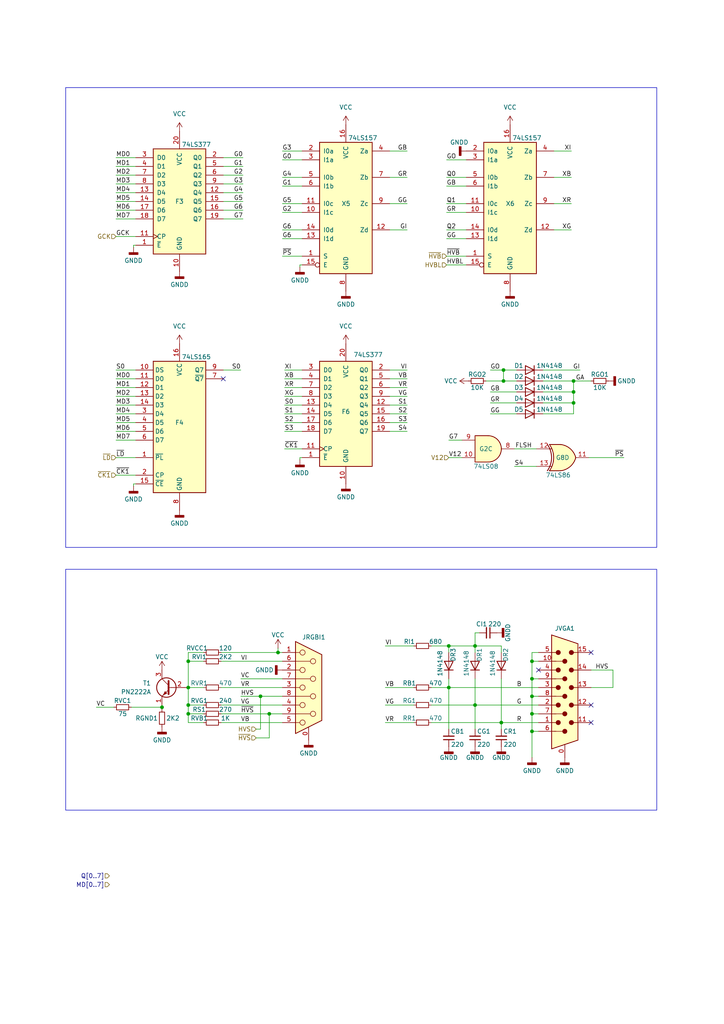
<source format=kicad_sch>
(kicad_sch (version 20231120) (generator "eeschema") (generator_version "8.0")
  (paper "A4" portrait)
  (title_block (title "Turbo Spectrum ( CoBra 2 ) ") (company "© 2022 The Cismas Foundation"))
  (lib_symbols
    (symbol "74xx:74LS08" (pin_names (offset 1.016))
      (property "Reference" "U" (at 0 1.27 0))
      (property "Value" "74LS08" (at 0 -1.27 0))
      (symbol "74LS08_1_1"
        (pin input line (at -7.62 2.54 0) (length 3.81) (name "~") (number "1"))
        (pin input line (at -7.62 -2.54 0) (length 3.81) (name "~") (number "2"))
        (pin output line (at 7.62 0 180) (length 3.81) (name "~") (number "3"))
      )
      (symbol "74LS08_1_2"
        (pin input inverted (at -7.62 2.54 0) (length 4.318) (name "~") (number "1"))
        (pin input inverted (at -7.62 -2.54 0) (length 4.318) (name "~") (number "2"))
        (pin output inverted (at 7.62 0 180) (length 3.81) (name "~") (number "3"))
      )
      (symbol "74LS08_2_1"
        (pin input line (at -7.62 2.54 0) (length 3.81) (name "~") (number "4"))
        (pin input line (at -7.62 -2.54 0) (length 3.81) (name "~") (number "5"))
        (pin output line (at 7.62 0 180) (length 3.81) (name "~") (number "6"))
      )
      (symbol "74LS08_2_2"
        (pin input inverted (at -7.62 2.54 0) (length 4.318) (name "~") (number "4"))
        (pin input inverted (at -7.62 -2.54 0) (length 4.318) (name "~") (number "5"))
        (pin output inverted (at 7.62 0 180) (length 3.81) (name "~") (number "6"))
      )
      (symbol "74LS08_3_1"
        (pin input line (at -7.62 -2.54 0) (length 3.81) (name "~") (number "10"))
        (pin output line (at 7.62 0 180) (length 3.81) (name "~") (number "8"))
        (pin input line (at -7.62 2.54 0) (length 3.81) (name "~") (number "9"))
      )
      (symbol "74LS08_3_2"
        (pin input inverted (at -7.62 -2.54 0) (length 4.318) (name "~") (number "10"))
        (pin output inverted (at 7.62 0 180) (length 3.81) (name "~") (number "8"))
        (pin input inverted (at -7.62 2.54 0) (length 4.318) (name "~") (number "9"))
      )
      (symbol "74LS08_4_1"
        (pin output line (at 7.62 0 180) (length 3.81) (name "~") (number "11"))
        (pin input line (at -7.62 2.54 0) (length 3.81) (name "~") (number "12"))
        (pin input line (at -7.62 -2.54 0) (length 3.81) (name "~") (number "13"))
      )
      (symbol "74LS08_4_2"
        (pin output inverted (at 7.62 0 180) (length 3.81) (name "~") (number "11"))
        (pin input inverted (at -7.62 2.54 0) (length 4.318) (name "~") (number "12"))
        (pin input inverted (at -7.62 -2.54 0) (length 4.318) (name "~") (number "13"))
      )
      (symbol "74LS08_5_0"
        (pin power_in line (at 0 12.7 270) (length 5.08) (name "VCC") (number "14"))
        (pin power_in line (at 0 -12.7 90) (length 5.08) (name "GND") (number "7"))
      )
    )
    (symbol "74xx:74LS157" (pin_names (offset 1.016))
      (property "Reference" "U" (at -7.62 19.05 0))
      (property "Value" "74LS157" (at -7.62 -21.59 0))
      (symbol "74LS157_1_0"
        (pin input line (at -12.7 -15.24 0) (length 5.08) (name "S") (number "1"))
        (pin input line (at -12.7 -2.54 0) (length 5.08) (name "I1c") (number "10"))
        (pin input line (at -12.7 0 0) (length 5.08) (name "I0c") (number "11"))
        (pin output line (at 12.7 -7.62 180) (length 5.08) (name "Zd") (number "12"))
        (pin input line (at -12.7 -10.16 0) (length 5.08) (name "I1d") (number "13"))
        (pin input line (at -12.7 -7.62 0) (length 5.08) (name "I0d") (number "14"))
        (pin input inverted (at -12.7 -17.78 0) (length 5.08) (name "E") (number "15"))
        (pin power_in line (at 0 22.86 270) (length 5.08) (name "VCC") (number "16"))
        (pin input line (at -12.7 15.24 0) (length 5.08) (name "I0a") (number "2"))
        (pin input line (at -12.7 12.7 0) (length 5.08) (name "I1a") (number "3"))
        (pin output line (at 12.7 15.24 180) (length 5.08) (name "Za") (number "4"))
        (pin input line (at -12.7 7.62 0) (length 5.08) (name "I0b") (number "5"))
        (pin input line (at -12.7 5.08 0) (length 5.08) (name "I1b") (number "6"))
        (pin output line (at 12.7 7.62 180) (length 5.08) (name "Zb") (number "7"))
        (pin power_in line (at 0 -25.4 90) (length 5.08) (name "GND") (number "8"))
        (pin output line (at 12.7 0 180) (length 5.08) (name "Zc") (number "9"))
      )
    )
    (symbol "74xx:74LS165"
      (property "Reference" "U" (at -7.62 19.05 0))
      (property "Value" "74LS165" (at -7.62 -21.59 0))
      (symbol "74LS165_1_0"
        (pin input line (at -12.7 -10.16 0) (length 5.08) (name "~{PL}") (number "1"))
        (pin input line (at -12.7 15.24 0) (length 5.08) (name "DS") (number "10"))
        (pin input line (at -12.7 12.7 0) (length 5.08) (name "D0") (number "11"))
        (pin input line (at -12.7 10.16 0) (length 5.08) (name "D1") (number "12"))
        (pin input line (at -12.7 7.62 0) (length 5.08) (name "D2") (number "13"))
        (pin input line (at -12.7 5.08 0) (length 5.08) (name "D3") (number "14"))
        (pin input line (at -12.7 -17.78 0) (length 5.08) (name "~{CE}") (number "15"))
        (pin power_in line (at 0 22.86 270) (length 5.08) (name "VCC") (number "16"))
        (pin input line (at -12.7 -15.24 0) (length 5.08) (name "CP") (number "2"))
        (pin input line (at -12.7 2.54 0) (length 5.08) (name "D4") (number "3"))
        (pin input line (at -12.7 0 0) (length 5.08) (name "D5") (number "4"))
        (pin input line (at -12.7 -2.54 0) (length 5.08) (name "D6") (number "5"))
        (pin input line (at -12.7 -5.08 0) (length 5.08) (name "D7") (number "6"))
        (pin output line (at 12.7 12.7 180) (length 5.08) (name "~{Q7}") (number "7"))
        (pin power_in line (at 0 -25.4 90) (length 5.08) (name "GND") (number "8"))
        (pin output line (at 12.7 15.24 180) (length 5.08) (name "Q7") (number "9"))
      )
    )
    (symbol "74xx:74LS377" (pin_names (offset 1.016))
      (property "Reference" "U" (at -7.62 16.51 0))
      (property "Value" "74LS377" (at -7.62 -16.51 0))
      (symbol "74LS377_1_0"
        (pin input line (at -12.7 -12.7 0) (length 5.08) (name "~{E}") (number "1"))
        (pin power_in line (at 0 -20.32 90) (length 5.08) (name "GND") (number "10"))
        (pin input clock (at -12.7 -10.16 0) (length 5.08) (name "CP") (number "11"))
        (pin output line (at 12.7 2.54 180) (length 5.08) (name "Q4") (number "12"))
        (pin input line (at -12.7 2.54 0) (length 5.08) (name "D4") (number "13"))
        (pin input line (at -12.7 0 0) (length 5.08) (name "D5") (number "14"))
        (pin output line (at 12.7 0 180) (length 5.08) (name "Q5") (number "15"))
        (pin output line (at 12.7 -2.54 180) (length 5.08) (name "Q6") (number "16"))
        (pin input line (at -12.7 -2.54 0) (length 5.08) (name "D6") (number "17"))
        (pin input line (at -12.7 -5.08 0) (length 5.08) (name "D7") (number "18"))
        (pin output line (at 12.7 -5.08 180) (length 5.08) (name "Q7") (number "19"))
        (pin output line (at 12.7 12.7 180) (length 5.08) (name "Q0") (number "2"))
        (pin power_in line (at 0 20.32 270) (length 5.08) (name "VCC") (number "20"))
        (pin input line (at -12.7 12.7 0) (length 5.08) (name "D0") (number "3"))
        (pin input line (at -12.7 10.16 0) (length 5.08) (name "D1") (number "4"))
        (pin output line (at 12.7 10.16 180) (length 5.08) (name "Q1") (number "5"))
        (pin output line (at 12.7 7.62 180) (length 5.08) (name "Q2") (number "6"))
        (pin input line (at -12.7 7.62 0) (length 5.08) (name "D2") (number "7"))
        (pin input line (at -12.7 5.08 0) (length 5.08) (name "D3") (number "8"))
        (pin output line (at 12.7 5.08 180) (length 5.08) (name "Q3") (number "9"))
      )
    )
    (symbol "74xx:74LS86" (pin_names (offset 1.016))
      (property "Reference" "U" (at 0 1.27 0))
      (property "Value" "74LS86" (at 0 -1.27 0))
      (symbol "74LS86_1_0"
        (pin input line (at -7.62 2.54 0) (length 4.445) (name "~") (number "1"))
        (pin input line (at -7.62 -2.54 0) (length 4.445) (name "~") (number "2"))
        (pin output line (at 7.62 0 180) (length 3.81) (name "~") (number "3"))
      )
      (symbol "74LS86_2_0"
        (pin input line (at -7.62 2.54 0) (length 4.445) (name "~") (number "4"))
        (pin input line (at -7.62 -2.54 0) (length 4.445) (name "~") (number "5"))
        (pin output line (at 7.62 0 180) (length 3.81) (name "~") (number "6"))
      )
      (symbol "74LS86_3_0"
        (pin input line (at -7.62 -2.54 0) (length 4.445) (name "~") (number "10"))
        (pin output line (at 7.62 0 180) (length 3.81) (name "~") (number "8"))
        (pin input line (at -7.62 2.54 0) (length 4.445) (name "~") (number "9"))
      )
      (symbol "74LS86_4_0"
        (pin output line (at 7.62 0 180) (length 3.81) (name "~") (number "11"))
        (pin input line (at -7.62 2.54 0) (length 4.445) (name "~") (number "12"))
        (pin input line (at -7.62 -2.54 0) (length 4.445) (name "~") (number "13"))
      )
      (symbol "74LS86_5_0"
        (pin power_in line (at 0 12.7 270) (length 5.08) (name "VCC") (number "14"))
        (pin power_in line (at 0 -12.7 90) (length 5.08) (name "GND") (number "7"))
      )
    )
    (symbol "Connector:DE15_Plug_HighDensity_MountingHoles" (pin_names (offset 1.016) hide)
      (property "Reference" "J" (at 0 21.59 0))
      (property "Value" "DE15_Plug_HighDensity_MountingHoles" (at 0 19.05 0))
      (symbol "DE15_Plug_HighDensity_MountingHoles_1_1"
        (pin passive line (at 0 -17.78 90) (length 3.81) (name "~") (number "0"))
        (pin passive line (at -7.62 -7.62 0) (length 5.08) (name "~") (number "1"))
        (pin passive line (at -7.62 10.16 0) (length 5.08) (name "~") (number "10"))
        (pin passive line (at 7.62 -7.62 180) (length 5.08) (name "~") (number "11"))
        (pin passive line (at 7.62 -2.54 180) (length 5.08) (name "~") (number "12"))
        (pin passive line (at 7.62 2.54 180) (length 5.08) (name "~") (number "13"))
        (pin passive line (at 7.62 7.62 180) (length 5.08) (name "~") (number "14"))
        (pin passive line (at 7.62 12.7 180) (length 5.08) (name "~") (number "15"))
        (pin passive line (at -7.62 -2.54 0) (length 5.08) (name "~") (number "2"))
        (pin passive line (at -7.62 2.54 0) (length 5.08) (name "~") (number "3"))
        (pin passive line (at -7.62 7.62 0) (length 5.08) (name "~") (number "4"))
        (pin passive line (at -7.62 12.7 0) (length 5.08) (name "~") (number "5"))
        (pin passive line (at -7.62 -10.16 0) (length 5.08) (name "~") (number "6"))
        (pin passive line (at -7.62 -5.08 0) (length 5.08) (name "~") (number "7"))
        (pin passive line (at -7.62 0 0) (length 5.08) (name "~") (number "8"))
        (pin passive line (at -7.62 5.08 0) (length 5.08) (name "~") (number "9"))
      )
    )
    (symbol "Connector:DE9_Receptacle_MountingHoles" (pin_names (offset 1.016) hide)
      (property "Reference" "J" (at 0 16.51 0))
      (property "Value" "DE9_Receptacle_MountingHoles" (at 0 14.605 0))
      (symbol "DE9_Receptacle_MountingHoles_1_1"
        (pin passive line (at 0 -15.24 90) (length 3.81) (name "PAD") (number "0"))
        (pin passive line (at -7.62 10.16 0) (length 3.81) (name "1") (number "1"))
        (pin passive line (at -7.62 5.08 0) (length 3.81) (name "2") (number "2"))
        (pin passive line (at -7.62 0 0) (length 3.81) (name "3") (number "3"))
        (pin passive line (at -7.62 -5.08 0) (length 3.81) (name "4") (number "4"))
        (pin passive line (at -7.62 -10.16 0) (length 3.81) (name "5") (number "5"))
        (pin passive line (at -7.62 7.62 0) (length 3.81) (name "6") (number "6"))
        (pin passive line (at -7.62 2.54 0) (length 3.81) (name "7") (number "7"))
        (pin passive line (at -7.62 -2.54 0) (length 3.81) (name "8") (number "8"))
        (pin passive line (at -7.62 -7.62 0) (length 3.81) (name "9") (number "9"))
      )
    )
    (symbol "Device:C_Small" (pin_numbers hide) (pin_names (offset 0.254) hide)
      (property "Reference" "C" (at 0.254 1.778 0))
      (property "Value" "C_Small" (at 0.254 -2.032 0))
      (symbol "C_Small_1_1"
        (pin passive line (at 0 2.54 270) (length 2.032) (name "~") (number "1"))
        (pin passive line (at 0 -2.54 90) (length 2.032) (name "~") (number "2"))
      )
    )
    (symbol "Device:R_Small" (pin_numbers hide) (pin_names (offset 0.254) hide)
      (property "Reference" "R" (at 0.762 0.508 0))
      (property "Value" "R_Small" (at 0.762 -1.016 0))
      (symbol "R_Small_1_1"
        (pin passive line (at 0 2.54 270) (length 0.762) (name "~") (number "1"))
        (pin passive line (at 0 -2.54 90) (length 0.762) (name "~") (number "2"))
      )
    )
    (symbol "Diode:1N4148" (pin_numbers hide) (pin_names hide)
      (property "Reference" "D" (at 0 2.54 0))
      (property "Value" "1N4148" (at 0 -2.54 0))
      (symbol "1N4148_1_1"
        (pin passive line (at -3.81 0 0) (length 2.54) (name "K") (number "1"))
        (pin passive line (at 3.81 0 180) (length 2.54) (name "A") (number "2"))
      )
    )
    (symbol "Transistor_BJT:PN2222A" (pin_names (offset 0) hide)
      (property "Reference" "Q" (at 5.08 1.905 0))
      (property "Value" "PN2222A" (at 5.08 0 0))
      (symbol "PN2222A_1_1"
        (pin passive line (at 2.54 -5.08 90) (length 2.54) (name "E") (number "1"))
        (pin input line (at -5.08 0 0) (length 5.08) (name "B") (number "2"))
        (pin passive line (at 2.54 5.08 270) (length 2.54) (name "C") (number "3"))
      )
    )
    (symbol "power:GNDD" (power) (pin_numbers hide) (pin_names (offset 0) hide)
      (property "Value" "GNDD" (at 0 -3.175 0))
      (symbol "GNDD_1_1"
        (pin power_in line (at 0 0 270) (length 0) (name "~") (number "1"))
      )
    )
    (symbol "power:VCC" (power) (pin_numbers hide) (pin_names (offset 0) hide)
      (property "Value" "VCC" (at 0 3.556 0))
      (symbol "VCC_1_1"
        (pin power_in line (at 0 0 90) (length 0) (name "~") (number "1"))
      )
    )
  )
  (junction (at 154.305 191.77))
  (junction (at 78.105 207.01))
  (junction (at 154.305 201.93))
  (junction (at 166.37 116.84))
  (junction (at 80.645 189.23))
  (junction (at 54.61 199.39))
  (junction (at 154.305 196.85))
  (junction (at 46.99 205.105))
  (junction (at 75.565 201.93))
  (junction (at 137.795 204.47))
  (junction (at 154.305 207.01))
  (junction (at 137.795 187.325))
  (junction (at 166.37 113.665))
  (junction (at 54.61 207.01))
  (junction (at 54.61 204.47))
  (junction (at 146.05 107.315))
  (junction (at 145.415 209.55))
  (junction (at 130.175 187.325))
  (junction (at 154.305 212.09))
  (junction (at 166.37 110.49))
  (junction (at 130.175 199.39))
  (junction (at 146.05 110.49))
  (junction (at 54.61 191.77))
  (no_connect (at 171.45 209.55))
  (no_connect (at 156.21 194.31))
  (no_connect (at 64.77 109.855))
  (no_connect (at 171.45 189.23))
  (no_connect (at 171.45 204.47))
  (wire (pts (xy 113.03 125.095) (xy 118.11 125.095)))
  (wire (pts (xy 59.055 191.77) (xy 54.61 191.77)))
  (wire (pts (xy 111.76 187.325) (xy 120.015 187.325)))
  (wire (pts (xy 80.645 187.96) (xy 80.645 189.23)))
  (wire (pts (xy 154.305 196.85) (xy 156.21 196.85)))
  (wire (pts (xy 38.735 71.755) (xy 38.735 71.12)))
  (wire (pts (xy 135.255 53.975) (xy 129.54 53.975)))
  (wire (pts (xy 160.655 66.675) (xy 165.735 66.675)))
  (wire (pts (xy 33.655 48.26) (xy 39.37 48.26)))
  (wire (pts (xy 33.655 53.34) (xy 39.37 53.34)))
  (wire (pts (xy 64.77 55.88) (xy 70.485 55.88)))
  (wire (pts (xy 38.1 205.105) (xy 46.99 205.105)))
  (wire (pts (xy 33.655 58.42) (xy 39.37 58.42)))
  (wire (pts (xy 139.065 183.515) (xy 137.795 183.515)))
  (wire (pts (xy 64.135 189.23) (xy 80.645 189.23)))
  (wire (pts (xy 87.63 43.815) (xy 81.915 43.815)))
  (wire (pts (xy 113.03 114.935) (xy 118.11 114.935)))
  (wire (pts (xy 80.645 189.23) (xy 81.915 189.23)))
  (wire (pts (xy 145.415 187.325) (xy 145.415 189.23)))
  (wire (pts (xy 33.655 112.395) (xy 39.37 112.395)))
  (wire (pts (xy 170.815 132.715) (xy 180.975 132.715)))
  (wire (pts (xy 87.63 46.355) (xy 81.915 46.355)))
  (wire (pts (xy 135.255 66.675) (xy 129.54 66.675)))
  (wire (pts (xy 137.795 183.515) (xy 137.795 187.325)))
  (wire (pts (xy 166.37 113.665) (xy 166.37 110.49)))
  (wire (pts (xy 171.45 194.31) (xy 177.8 194.31)))
  (wire (pts (xy 54.61 204.47) (xy 59.055 204.47)))
  (wire (pts (xy 137.795 187.325) (xy 137.795 189.23)))
  (wire (pts (xy 78.105 207.01) (xy 81.915 207.01)))
  (wire (pts (xy 59.055 189.23) (xy 54.61 189.23)))
  (wire (pts (xy 154.305 196.85) (xy 154.305 201.93)))
  (wire (pts (xy 33.655 107.315) (xy 39.37 107.315)))
  (wire (pts (xy 157.48 113.665) (xy 166.37 113.665)))
  (wire (pts (xy 33.655 68.58) (xy 39.37 68.58)))
  (wire (pts (xy 81.915 74.295) (xy 87.63 74.295)))
  (wire (pts (xy 87.63 61.595) (xy 81.915 61.595)))
  (wire (pts (xy 135.255 51.435) (xy 129.54 51.435)))
  (wire (pts (xy 145.415 196.85) (xy 145.415 209.55)))
  (wire (pts (xy 166.37 116.84) (xy 166.37 113.665)))
  (wire (pts (xy 125.095 187.325) (xy 130.175 187.325)))
  (wire (pts (xy 74.295 211.455) (xy 75.565 211.455)))
  (wire (pts (xy 160.655 43.815) (xy 165.735 43.815)))
  (wire (pts (xy 87.63 53.975) (xy 81.915 53.975)))
  (wire (pts (xy 54.61 204.47) (xy 54.61 207.01)))
  (wire (pts (xy 54.61 199.39) (xy 54.61 204.47)))
  (wire (pts (xy 82.55 114.935) (xy 87.63 114.935)))
  (wire (pts (xy 64.77 45.72) (xy 70.485 45.72)))
  (wire (pts (xy 69.85 201.93) (xy 75.565 201.93)))
  (wire (pts (xy 46.99 205.105) (xy 46.99 204.47)))
  (wire (pts (xy 33.655 109.855) (xy 39.37 109.855)))
  (wire (pts (xy 113.03 59.055) (xy 118.11 59.055)))
  (wire (pts (xy 86.995 133.35) (xy 86.995 132.715)))
  (wire (pts (xy 38.735 71.12) (xy 39.37 71.12)))
  (wire (pts (xy 154.305 191.77) (xy 154.305 189.23)))
  (wire (pts (xy 137.795 187.325) (xy 145.415 187.325)))
  (wire (pts (xy 135.255 61.595) (xy 129.54 61.595)))
  (wire (pts (xy 125.095 204.47) (xy 137.795 204.47)))
  (wire (pts (xy 33.655 132.715) (xy 39.37 132.715)))
  (wire (pts (xy 149.225 130.175) (xy 155.575 130.175)))
  (wire (pts (xy 82.55 122.555) (xy 87.63 122.555)))
  (wire (pts (xy 130.175 199.39) (xy 156.21 199.39)))
  (wire (pts (xy 64.135 204.47) (xy 81.915 204.47)))
  (wire (pts (xy 154.305 191.77) (xy 156.21 191.77)))
  (wire (pts (xy 113.03 109.855) (xy 118.11 109.855)))
  (wire (pts (xy 38.735 140.97) (xy 38.735 140.335)))
  (wire (pts (xy 33.655 55.88) (xy 39.37 55.88)))
  (wire (pts (xy 64.77 53.34) (xy 70.485 53.34)))
  (wire (pts (xy 145.415 211.455) (xy 145.415 209.55)))
  (wire (pts (xy 177.8 194.31) (xy 177.8 199.39)))
  (wire (pts (xy 64.135 207.01) (xy 78.105 207.01)))
  (wire (pts (xy 113.03 51.435) (xy 118.11 51.435)))
  (wire (pts (xy 157.48 107.315) (xy 168.275 107.315)))
  (wire (pts (xy 111.76 209.55) (xy 120.015 209.55)))
  (wire (pts (xy 111.76 199.39) (xy 120.015 199.39)))
  (wire (pts (xy 125.095 209.55) (xy 145.415 209.55)))
  (wire (pts (xy 135.255 59.055) (xy 129.54 59.055)))
  (wire (pts (xy 125.095 199.39) (xy 130.175 199.39)))
  (wire (pts (xy 46.99 205.74) (xy 46.99 205.105)))
  (wire (pts (xy 171.45 199.39) (xy 177.8 199.39)))
  (wire (pts (xy 33.655 114.935) (xy 39.37 114.935)))
  (wire (pts (xy 33.655 60.96) (xy 39.37 60.96)))
  (wire (pts (xy 82.55 120.015) (xy 87.63 120.015)))
  (wire (pts (xy 137.795 211.455) (xy 137.795 204.47)))
  (wire (pts (xy 33.655 120.015) (xy 39.37 120.015)))
  (wire (pts (xy 113.03 122.555) (xy 118.11 122.555)))
  (wire (pts (xy 54.61 191.77) (xy 54.61 199.39)))
  (wire (pts (xy 33.655 122.555) (xy 39.37 122.555)))
  (wire (pts (xy 33.655 45.72) (xy 39.37 45.72)))
  (wire (pts (xy 160.655 59.055) (xy 165.735 59.055)))
  (wire (pts (xy 33.655 50.8) (xy 39.37 50.8)))
  (wire (pts (xy 113.03 107.315) (xy 118.11 107.315)))
  (wire (pts (xy 82.55 109.855) (xy 87.63 109.855)))
  (wire (pts (xy 154.305 201.93) (xy 156.21 201.93)))
  (wire (pts (xy 129.54 76.835) (xy 135.255 76.835)))
  (wire (pts (xy 146.05 107.315) (xy 149.86 107.315)))
  (wire (pts (xy 142.24 113.665) (xy 149.86 113.665)))
  (wire (pts (xy 129.54 74.295) (xy 135.255 74.295)))
  (wire (pts (xy 130.175 132.715) (xy 133.985 132.715)))
  (wire (pts (xy 64.77 48.26) (xy 70.485 48.26)))
  (wire (pts (xy 33.655 63.5) (xy 39.37 63.5)))
  (wire (pts (xy 160.655 51.435) (xy 165.735 51.435)))
  (wire (pts (xy 54.61 209.55) (xy 59.055 209.55)))
  (wire (pts (xy 87.63 51.435) (xy 81.915 51.435)))
  (wire (pts (xy 86.995 76.835) (xy 87.63 76.835)))
  (wire (pts (xy 27.94 205.105) (xy 33.02 205.105)))
  (wire (pts (xy 154.305 212.09) (xy 154.305 219.71)))
  (wire (pts (xy 64.135 209.55) (xy 81.915 209.55)))
  (wire (pts (xy 33.655 137.795) (xy 39.37 137.795)))
  (wire (pts (xy 33.655 117.475) (xy 39.37 117.475)))
  (wire (pts (xy 82.55 125.095) (xy 87.63 125.095)))
  (wire (pts (xy 86.995 77.47) (xy 86.995 76.835)))
  (wire (pts (xy 33.655 127.635) (xy 39.37 127.635)))
  (wire (pts (xy 154.305 191.77) (xy 154.305 196.85)))
  (wire (pts (xy 130.175 127.635) (xy 133.985 127.635)))
  (wire (pts (xy 137.795 196.85) (xy 137.795 204.47)))
  (wire (pts (xy 82.55 112.395) (xy 87.63 112.395)))
  (wire (pts (xy 87.63 69.215) (xy 81.915 69.215)))
  (wire (pts (xy 135.255 46.355) (xy 129.54 46.355)))
  (wire (pts (xy 157.48 120.015) (xy 166.37 120.015)))
  (wire (pts (xy 54.61 189.23) (xy 54.61 191.77)))
  (wire (pts (xy 82.55 107.315) (xy 87.63 107.315)))
  (wire (pts (xy 87.63 59.055) (xy 81.915 59.055)))
  (wire (pts (xy 154.305 201.93) (xy 154.305 207.01)))
  (wire (pts (xy 130.175 196.85) (xy 130.175 199.39)))
  (wire (pts (xy 64.77 63.5) (xy 70.485 63.5)))
  (wire (pts (xy 64.77 60.96) (xy 70.485 60.96)))
  (wire (pts (xy 113.03 66.675) (xy 118.11 66.675)))
  (wire (pts (xy 69.85 196.85) (xy 81.915 196.85)))
  (wire (pts (xy 145.415 209.55) (xy 156.21 209.55)))
  (wire (pts (xy 78.105 213.995) (xy 78.105 207.01)))
  (wire (pts (xy 111.76 204.47) (xy 120.015 204.47)))
  (wire (pts (xy 154.305 207.01) (xy 156.21 207.01)))
  (wire (pts (xy 113.03 117.475) (xy 118.11 117.475)))
  (wire (pts (xy 64.135 191.77) (xy 81.915 191.77)))
  (wire (pts (xy 130.175 211.455) (xy 130.175 199.39)))
  (wire (pts (xy 142.24 116.84) (xy 149.86 116.84)))
  (wire (pts (xy 130.175 187.325) (xy 137.795 187.325)))
  (wire (pts (xy 86.995 132.715) (xy 87.63 132.715)))
  (wire (pts (xy 38.735 140.335) (xy 39.37 140.335)))
  (wire (pts (xy 113.03 43.815) (xy 118.11 43.815)))
  (wire (pts (xy 166.37 120.015) (xy 166.37 116.84)))
  (wire (pts (xy 113.03 120.015) (xy 118.11 120.015)))
  (wire (pts (xy 146.05 107.315) (xy 146.05 110.49)))
  (wire (pts (xy 64.77 107.315) (xy 69.85 107.315)))
  (wire (pts (xy 157.48 110.49) (xy 166.37 110.49)))
  (wire (pts (xy 54.61 199.39) (xy 59.055 199.39)))
  (wire (pts (xy 74.295 213.995) (xy 78.105 213.995)))
  (wire (pts (xy 75.565 211.455) (xy 75.565 201.93)))
  (wire (pts (xy 135.255 69.215) (xy 129.54 69.215)))
  (wire (pts (xy 82.55 117.475) (xy 87.63 117.475)))
  (wire (pts (xy 130.175 189.23) (xy 130.175 187.325)))
  (wire (pts (xy 113.03 112.395) (xy 118.11 112.395)))
  (wire (pts (xy 166.37 110.49) (xy 171.45 110.49)))
  (wire (pts (xy 154.305 189.23) (xy 156.21 189.23)))
  (wire (pts (xy 137.795 204.47) (xy 156.21 204.47)))
  (wire (pts (xy 142.24 120.015) (xy 149.86 120.015)))
  (wire (pts (xy 140.97 110.49) (xy 146.05 110.49)))
  (wire (pts (xy 75.565 201.93) (xy 81.915 201.93)))
  (wire (pts (xy 33.655 125.095) (xy 39.37 125.095)))
  (wire (pts (xy 87.63 66.675) (xy 81.915 66.675)))
  (wire (pts (xy 64.77 58.42) (xy 70.485 58.42)))
  (wire (pts (xy 149.225 135.255) (xy 155.575 135.255)))
  (wire (pts (xy 154.305 207.01) (xy 154.305 212.09)))
  (wire (pts (xy 54.61 207.01) (xy 59.055 207.01)))
  (wire (pts (xy 82.55 130.175) (xy 87.63 130.175)))
  (wire (pts (xy 64.77 50.8) (xy 70.485 50.8)))
  (wire (pts (xy 142.24 107.315) (xy 146.05 107.315)))
  (wire (pts (xy 146.05 110.49) (xy 149.86 110.49)))
  (wire (pts (xy 54.61 207.01) (xy 54.61 209.55)))
  (wire (pts (xy 157.48 116.84) (xy 166.37 116.84)))
  (wire (pts (xy 154.305 212.09) (xy 156.21 212.09)))
  (wire (pts (xy 64.135 199.39) (xy 81.915 199.39)))
  (rectangle (start 19.05 165.1) (end 190.5 234.95))
  (rectangle (start 19.05 25.4) (end 190.5 158.75))
  (label "XG" (at 165.735 66.675 180))
  (label "VB" (at 118.11 109.855 180))
  (label "MD4" (at 33.655 55.88 0))
  (label "GG" (at 129.54 69.215 0))
  (label "MD2" (at 33.655 50.8 0))
  (label "GI" (at 168.275 107.315 180))
  (label "HVS" (at 176.53 194.31 180))
  (label "~{LD}" (at 33.655 132.715 0))
  (label "MD3" (at 33.655 117.475 0))
  (label "Q0" (at 129.54 51.435 0))
  (label "GG" (at 142.24 120.015 0))
  (label "MD7" (at 33.655 127.635 0))
  (label "G6" (at 81.915 69.215 0))
  (label "VR" (at 111.76 209.55 0))
  (label "MD4" (at 33.655 120.015 0))
  (label "GI" (at 118.11 66.675 180))
  (label "XG" (at 82.55 114.935 0))
  (label "G0" (at 70.485 45.72 180))
  (label "~{HVB}" (at 129.54 74.295 0))
  (label "V12" (at 130.175 132.715 0))
  (label "GO" (at 142.24 107.315 0))
  (label "MD2" (at 33.655 114.935 0))
  (label "G6" (at 70.485 60.96 180))
  (label "MD6" (at 33.655 125.095 0))
  (label "GB" (at 129.54 53.975 0))
  (label "S3" (at 118.11 122.555 180))
  (label "XR" (at 165.735 59.055 180))
  (label "MD5" (at 33.655 122.555 0))
  (label "VG" (at 69.85 204.47 0))
  (label "G2" (at 70.485 50.8 180))
  (label "~{CK1}" (at 33.655 137.795 0))
  (label "XB" (at 82.55 109.855 0))
  (label "GA" (at 169.545 110.49 180))
  (label "G4" (at 81.915 51.435 0))
  (label "VG" (at 118.11 114.935 180))
  (label "~{CK1}" (at 82.55 130.175 0))
  (label "G5" (at 81.915 59.055 0))
  (label "G6" (at 81.915 66.675 0))
  (label "G3" (at 81.915 43.815 0))
  (label "VB" (at 69.85 209.55 0))
  (label "GR" (at 118.11 51.435 180))
  (label "G5" (at 70.485 58.42 180))
  (label "G2" (at 81.915 61.595 0))
  (label "G3" (at 70.485 53.34 180))
  (label "GCK" (at 33.655 68.58 0))
  (label "S0" (at 33.655 107.315 0))
  (label "FLSH" (at 154.305 130.175 180))
  (label "HVS" (at 69.85 201.93 0))
  (label "VC" (at 69.85 196.85 0))
  (label "S2" (at 82.55 122.555 0))
  (label "VB" (at 111.76 199.39 0))
  (label "MD7" (at 33.655 63.5 0))
  (label "S1" (at 118.11 117.475 180))
  (label "MD3" (at 33.655 53.34 0))
  (label "MD1" (at 33.655 48.26 0))
  (label "VC" (at 27.94 205.105 0))
  (label "VI" (at 118.11 107.315 180))
  (label "S1" (at 82.55 120.015 0))
  (label "XI" (at 165.735 43.815 180))
  (label "MD0" (at 33.655 45.72 0))
  (label "VR" (at 69.85 199.39 0))
  (label "GG" (at 118.11 59.055 180))
  (label "G1" (at 70.485 48.26 180))
  (label "XB" (at 165.735 51.435 180))
  (label "HVBL" (at 129.54 76.835 0))
  (label "R" (at 149.86 209.55 0))
  (label "~{PS}" (at 81.915 74.295 0))
  (label "~{HVS}" (at 69.85 207.01 0))
  (label "VI" (at 69.85 191.77 0))
  (label "XR" (at 82.55 112.395 0))
  (label "Q2" (at 129.54 66.675 0))
  (label "G0" (at 81.915 46.355 0))
  (label "S0" (at 69.85 107.315 180))
  (label "MD1" (at 33.655 112.395 0))
  (label "MD5" (at 33.655 58.42 0))
  (label "S4" (at 149.225 135.255 0))
  (label "S4" (at 118.11 125.095 180))
  (label "MD6" (at 33.655 60.96 0))
  (label "GB" (at 142.24 113.665 0))
  (label "MD0" (at 33.655 109.855 0))
  (label "G4" (at 70.485 55.88 180))
  (label "GB" (at 118.11 43.815 180))
  (label "G7" (at 70.485 63.5 180))
  (label "XI" (at 82.55 107.315 0))
  (label "S0" (at 82.55 117.475 0))
  (label "S2" (at 118.11 120.015 180))
  (label "VI" (at 111.76 187.325 0))
  (label "GR" (at 142.24 116.84 0))
  (label "GO" (at 129.54 46.355 0))
  (label "G1" (at 81.915 53.975 0))
  (label "GR" (at 129.54 61.595 0))
  (label "VG" (at 111.76 204.47 0))
  (label "Q1" (at 129.54 59.055 0))
  (label "G" (at 149.86 204.47 0))
  (label "VR" (at 118.11 112.395 180))
  (label "S3" (at 82.55 125.095 0))
  (label "~{PS}" (at 180.975 132.715 180))
  (label "G7" (at 130.175 127.635 0))
  (label "B" (at 149.86 199.39 0))
  (hierarchical_label "~{HVS}" (shape input) (at 74.295 213.995 180))
  (hierarchical_label "~{CK1}" (shape input) (at 33.655 137.795 180))
  (hierarchical_label "HVBL" (shape input) (at 129.54 76.835 180))
  (hierarchical_label "GCK" (shape input) (at 33.655 68.58 180))
  (hierarchical_label "V12" (shape input) (at 130.175 132.715 180))
  (hierarchical_label "MD[0..7]" (shape input) (at 31.75 256.54 180))
  (hierarchical_label "Q[0..7]" (shape input) (at 31.75 254 180))
  (hierarchical_label "~{HVB}" (shape input) (at 129.54 74.295 180))
  (hierarchical_label "~{LD}" (shape input) (at 33.655 132.715 180))
  (hierarchical_label "HVS" (shape input) (at 74.295 211.455 180))
  (symbol (lib_id "power:GNDD") (at 144.145 183.515 90) (unit 1)
    (property "Reference" "#PWR0179" (effects (hide yes)))
    (property "Value" "GNDD" (at 147.32 183.515 0))
    (property "Description" "Power symbol creates a global label with name \"GNDD\" , digital ground" (effects (hide yes)))
  )
  (symbol (lib_id "Device:R_Small") (at 122.555 204.47 90) (unit 1)
    (property "Reference" "RG1" (at 118.745 203.2 90))
    (property "Value" "470" (at 126.365 203.2 90))
    (property "Footprint" "Resistor_THT:R_Axial_DIN0204_L3.6mm_D1.6mm_P7.62mm_Horizontal" (effects (hide yes)))
    (property "Description" "Resistor, small symbol" (effects (hide yes)))
  )
  (symbol (lib_id "74xx:74LS165") (at 52.07 122.555 0) (unit 1)
    (property "Reference" "F4" (at 50.8 122.555 0) (effects (justify left)))
    (property "Value" "74LS165" (at 52.705 103.505 0) (effects (justify left)))
    (property "Footprint" "Package_DIP:DIP-16_W7.62mm" (effects (hide yes)))
    (property "Datasheet" "https://www.ti.com/lit/ds/symlink/sn74ls165a.pdf" (effects (hide yes)))
    (property "Description" "Shift Register 8-bit, parallel load" (effects (hide yes)))
  )
  (symbol (lib_id "power:GNDD") (at 145.415 216.535 0) (unit 1)
    (property "Reference" "#PWR0176" (effects (hide yes)))
    (property "Value" "GNDD" (at 145.415 219.71 0))
    (property "Description" "Power symbol creates a global label with name \"GNDD\" , digital ground" (effects (hide yes)))
  )
  (symbol (lib_id "Device:R_Small") (at 122.555 209.55 90) (unit 1)
    (property "Reference" "RR1" (at 118.745 208.28 90))
    (property "Value" "470" (at 126.365 208.28 90))
    (property "Footprint" "Resistor_THT:R_Axial_DIN0204_L3.6mm_D1.6mm_P7.62mm_Horizontal" (effects (hide yes)))
    (property "Description" "Resistor, small symbol" (effects (hide yes)))
  )
  (symbol (lib_id "power:GNDD") (at 147.955 84.455 0) (unit 1)
    (property "Reference" "#PWR0164" (effects (hide yes)))
    (property "Value" "GNDD" (at 147.955 88.265 0))
    (property "Description" "Power symbol creates a global label with name \"GNDD\" , digital ground" (effects (hide yes)))
  )
  (symbol (lib_id "Device:R_Small") (at 122.555 199.39 90) (unit 1)
    (property "Reference" "RB1" (at 118.745 198.12 90))
    (property "Value" "470" (at 126.365 198.12 90))
    (property "Footprint" "Resistor_THT:R_Axial_DIN0204_L3.6mm_D1.6mm_P7.62mm_Horizontal" (effects (hide yes)))
    (property "Description" "Resistor, small symbol" (effects (hide yes)))
  )
  (symbol (lib_id "power:GNDD") (at 154.305 219.71 0) (unit 1)
    (property "Reference" "#PWR0175" (effects (hide yes)))
    (property "Value" "GNDD" (at 154.305 223.52 0))
    (property "Description" "Power symbol creates a global label with name \"GNDD\" , digital ground" (effects (hide yes)))
  )
  (symbol (lib_id "Device:R_Small") (at 61.595 207.01 90) (unit 1)
    (property "Reference" "RS1" (at 57.785 205.74 90))
    (property "Value" "270" (at 65.405 205.74 90))
    (property "Footprint" "Resistor_THT:R_Axial_DIN0204_L3.6mm_D1.6mm_P7.62mm_Horizontal" (effects (hide yes)))
    (property "Description" "Resistor, small symbol" (effects (hide yes)))
  )
  (symbol (lib_id "Device:R_Small") (at 61.595 204.47 90) (unit 1)
    (property "Reference" "RVG1" (at 57.785 203.2 90))
    (property "Value" "240" (at 65.405 203.2 90))
    (property "Footprint" "Resistor_THT:R_Axial_DIN0204_L3.6mm_D1.6mm_P7.62mm_Horizontal" (effects (hide yes)))
    (property "Description" "Resistor, small symbol" (effects (hide yes)))
  )
  (symbol (lib_id "power:GNDD") (at 176.53 110.49 90) (unit 1)
    (property "Reference" "#PWR0172" (effects (hide yes)))
    (property "Value" "GNDD" (at 179.07 110.49 90) (effects (justify right)))
    (property "Description" "Power symbol creates a global label with name \"GNDD\" , digital ground" (effects (hide yes)))
  )
  (symbol (lib_id "power:VCC") (at 100.33 36.195 0) (unit 1)
    (property "Reference" "#PWR0161" (effects (hide yes)))
    (property "Value" "VCC" (at 100.33 31.115 0))
    (property "Description" "Power symbol creates a global label with name \"VCC\"" (effects (hide yes)))
  )
  (symbol (lib_id "power:VCC") (at 100.33 99.695 0) (unit 1)
    (property "Reference" "#PWR0159" (effects (hide yes)))
    (property "Value" "VCC" (at 100.33 94.615 0))
    (property "Description" "Power symbol creates a global label with name \"VCC\"" (effects (hide yes)))
  )
  (symbol (lib_id "Diode:1N4148") (at 137.795 193.04 90) (unit 1)
    (property "Reference" "DR1" (at 139.065 189.865 0))
    (property "Value" "1N4148" (at 135.255 192.405 0))
    (property "Footprint" "Diode_THT:D_DO-35_SOD27_P7.62mm_Horizontal" (effects (hide yes)))
    (property "Datasheet" "https://assets.nexperia.com/documents/data-sheet/1N4148_1N4448.pdf" (effects (hide yes)))
    (property "Description" "100V 0.15A standard switching diode, DO-35" (effects (hide yes)))
    (property "Sim.Device" "D" (effects (hide yes)))
    (property "Sim.Pins" "1=K 2=A" (effects (hide yes)))
  )
  (symbol (lib_id "Device:R_Small") (at 173.99 110.49 90) (unit 1)
    (property "Reference" "RGO1" (at 173.99 108.585 90))
    (property "Value" "10K" (at 173.99 112.395 90))
    (property "Footprint" "Resistor_THT:R_Axial_DIN0204_L3.6mm_D1.6mm_P7.62mm_Horizontal" (effects (hide yes)))
    (property "Description" "Resistor, small symbol" (effects (hide yes)))
  )
  (symbol (lib_id "power:VCC") (at 147.955 36.195 0) (unit 1)
    (property "Reference" "#PWR0163" (effects (hide yes)))
    (property "Value" "VCC" (at 147.955 31.115 0))
    (property "Description" "Power symbol creates a global label with name \"VCC\"" (effects (hide yes)))
  )
  (symbol (lib_id "power:GNDD") (at 38.735 140.97 0) (unit 1)
    (property "Reference" "#PWR0168" (effects (hide yes)))
    (property "Value" "GNDD" (at 38.735 144.78 0))
    (property "Description" "Power symbol creates a global label with name \"GNDD\" , digital ground" (effects (hide yes)))
  )
  (symbol (lib_id "Diode:1N4148") (at 153.67 120.015 180) (unit 1)
    (property "Reference" "D5" (at 150.495 118.745 0))
    (property "Value" "1N4148" (at 159.385 118.745 0))
    (property "Footprint" "Diode_THT:D_DO-35_SOD27_P7.62mm_Horizontal" (effects (hide yes)))
    (property "Datasheet" "https://assets.nexperia.com/documents/data-sheet/1N4148_1N4448.pdf" (effects (hide yes)))
    (property "Description" "100V 0.15A standard switching diode, DO-35" (effects (hide yes)))
    (property "Sim.Device" "D" (effects (hide yes)))
    (property "Sim.Pins" "1=K 2=A" (effects (hide yes)))
  )
  (symbol (lib_id "power:GNDD") (at 163.83 219.71 0) (unit 1)
    (property "Reference" "#PWR0174" (effects (hide yes)))
    (property "Value" "GNDD" (at 163.83 223.52 0))
    (property "Description" "Power symbol creates a global label with name \"GNDD\" , digital ground" (effects (hide yes)))
  )
  (symbol (lib_id "Connector:DE15_Plug_HighDensity_MountingHoles") (at 163.83 201.93 0) (unit 1)
    (property "Reference" "JVGA1" (at 163.83 182.245 0))
    (property "Value" "DE15_Plug_HighDensity_MountingHoles" (effects (hide yes)))
    (property "Description" "15-pin male plug socket D-SUB connector, High density (3 columns), Triple Row, Generic, VGA-connector, Mounting Hole" (effects (hide yes)))
  )
  (symbol (lib_id "power:GNDD") (at 137.795 216.535 0) (unit 1)
    (property "Reference" "#PWR0177" (effects (hide yes)))
    (property "Value" "GNDD" (at 137.795 219.71 0))
    (property "Description" "Power symbol creates a global label with name \"GNDD\" , digital ground" (effects (hide yes)))
  )
  (symbol (lib_id "Device:R_Small") (at 46.99 208.28 180) (unit 1)
    (property "Reference" "RGND1" (at 42.545 208.28 0))
    (property "Value" "2K2" (at 50.165 208.28 0))
    (property "Footprint" "Resistor_THT:R_Axial_DIN0204_L3.6mm_D1.6mm_P7.62mm_Horizontal" (effects (hide yes)))
    (property "Description" "Resistor, small symbol" (effects (hide yes)))
  )
  (symbol (lib_id "power:VCC") (at 80.645 187.96 0) (unit 1)
    (property "Reference" "#PWR0181" (effects (hide yes)))
    (property "Value" "VCC" (at 80.645 184.15 0))
    (property "Description" "Power symbol creates a global label with name \"VCC\"" (effects (hide yes)))
  )
  (symbol (lib_id "Device:R_Small") (at 122.555 187.325 90) (unit 1)
    (property "Reference" "RI1" (at 118.745 186.055 90))
    (property "Value" "680" (at 126.365 186.055 90))
    (property "Footprint" "Resistor_THT:R_Axial_DIN0204_L3.6mm_D1.6mm_P7.62mm_Horizontal" (effects (hide yes)))
    (property "Description" "Resistor, small symbol" (effects (hide yes)))
  )
  (symbol (lib_id "Device:C_Small") (at 137.795 213.995 180) (unit 1)
    (property "Reference" "CG1" (at 140.335 212.09 0))
    (property "Value" "220" (at 140.335 215.9 0))
    (property "Footprint" "Capacitor_THT:C_Disc_D3.0mm_W1.6mm_P2.50mm" (effects (hide yes)))
    (property "Description" "Unpolarized capacitor, small symbol" (effects (hide yes)))
  )
  (symbol (lib_id "power:VCC") (at 52.07 99.695 0) (unit 1)
    (property "Reference" "#PWR0165" (effects (hide yes)))
    (property "Value" "VCC" (at 52.07 94.615 0))
    (property "Description" "Power symbol creates a global label with name \"VCC\"" (effects (hide yes)))
  )
  (symbol (lib_id "74xx:74LS157") (at 100.33 59.055 0) (unit 1)
    (property "Reference" "X5" (at 99.06 59.055 0) (effects (justify left)))
    (property "Value" "74LS157" (at 100.965 40.005 0) (effects (justify left)))
    (property "Footprint" "Package_DIP:DIP-16_W7.62mm" (effects (hide yes)))
    (property "Datasheet" "http://www.ti.com/lit/gpn/sn74LS157" (effects (hide yes)))
    (property "Description" "Quad 2 to 1 line Multiplexer" (effects (hide yes)))
  )
  (symbol (lib_id "74xx:74LS157") (at 147.955 59.055 0) (unit 1)
    (property "Reference" "X6" (at 146.685 59.055 0) (effects (justify left)))
    (property "Value" "74LS157" (at 148.59 40.005 0) (effects (justify left)))
    (property "Footprint" "Package_DIP:DIP-16_W7.62mm" (effects (hide yes)))
    (property "Datasheet" "http://www.ti.com/lit/gpn/sn74LS157" (effects (hide yes)))
    (property "Description" "Quad 2 to 1 line Multiplexer" (effects (hide yes)))
  )
  (symbol (lib_id "74xx:74LS377") (at 100.33 120.015 0) (unit 1)
    (property "Reference" "F6" (at 99.06 119.38 0) (effects (justify left)))
    (property "Value" "74LS377" (at 102.5241 102.87 0) (effects (justify left)))
    (property "Footprint" "Package_DIP:DIP-20_W7.62mm" (effects (hide yes)))
    (property "Datasheet" "http://www.ti.com/lit/gpn/sn74LS377" (effects (hide yes)))
    (property "Description" "8-bit Register" (effects (hide yes)))
  )
  (symbol (lib_id "power:GNDD") (at 38.735 71.755 0) (unit 1)
    (property "Reference" "#PWR0167" (effects (hide yes)))
    (property "Value" "GNDD" (at 38.735 75.565 0))
    (property "Description" "Power symbol creates a global label with name \"GNDD\" , digital ground" (effects (hide yes)))
  )
  (symbol (lib_id "power:GNDD") (at 86.995 133.35 0) (unit 1)
    (property "Reference" "#PWR0173" (effects (hide yes)))
    (property "Value" "GNDD" (at 86.995 137.16 0))
    (property "Description" "Power symbol creates a global label with name \"GNDD\" , digital ground" (effects (hide yes)))
  )
  (symbol (lib_id "power:VCC") (at 46.99 194.31 0) (unit 1)
    (property "Reference" "#PWR0183" (effects (hide yes)))
    (property "Value" "VCC" (at 46.99 190.5 0))
    (property "Description" "Power symbol creates a global label with name \"VCC\"" (effects (hide yes)))
  )
  (symbol (lib_id "power:GNDD") (at 52.07 78.74 0) (unit 1)
    (property "Reference" "#PWR0158" (effects (hide yes)))
    (property "Value" "GNDD" (at 52.07 82.55 0))
    (property "Description" "Power symbol creates a global label with name \"GNDD\" , digital ground" (effects (hide yes)))
  )
  (symbol (lib_id "Device:R_Small") (at 61.595 209.55 90) (unit 1)
    (property "Reference" "RVB1" (at 57.785 208.28 90))
    (property "Value" "1K" (at 65.405 208.28 90))
    (property "Footprint" "Resistor_THT:R_Axial_DIN0204_L3.6mm_D1.6mm_P7.62mm_Horizontal" (effects (hide yes)))
    (property "Description" "Resistor, small symbol" (effects (hide yes)))
  )
  (symbol (lib_id "74xx:74LS86") (at 163.195 132.715 0) (unit 4)
    (property "Reference" "G8" (at 163.195 132.715 0))
    (property "Value" "74LS86" (at 161.925 137.795 0))
    (property "Footprint" "Package_DIP:DIP-14_W7.62mm" (effects (hide yes)))
    (property "Datasheet" "74xx/74ls86.pdf" (effects (hide yes)))
    (property "Description" "Quad 2-input XOR" (effects (hide yes)))
  )
  (symbol (lib_id "Transistor_BJT:PN2222A") (at 49.53 199.39 0) (mirror y) (unit 1)
    (property "Reference" "T1" (at 43.815 198.1199 0) (effects (justify left)))
    (property "Value" "PN2222A" (at 43.815 200.6599 0) (effects (justify left)))
    (property "Footprint" "Package_TO_SOT_THT:TO-92_Inline" (effects (hide yes)))
    (property "Datasheet" "https://www.onsemi.com/pub/Collateral/PN2222-D.PDF" (effects (hide yes)))
    (property "Description" "1A Ic, 40V Vce, NPN Transistor, General Purpose Transistor, TO-92" (effects (hide yes)))
  )
  (symbol (lib_id "power:VCC") (at 52.07 38.1 0) (unit 1)
    (property "Reference" "#PWR0157" (effects (hide yes)))
    (property "Value" "VCC" (at 52.07 33.02 0))
    (property "Description" "Power symbol creates a global label with name \"VCC\"" (effects (hide yes)))
  )
  (symbol (lib_id "power:GNDD") (at 81.915 194.31 270) (unit 1)
    (property "Reference" "#PWR0182" (effects (hide yes)))
    (property "Value" "GNDD" (at 79.375 194.31 90) (effects (justify right)))
    (property "Description" "Power symbol creates a global label with name \"GNDD\" , digital ground" (effects (hide yes)))
  )
  (symbol (lib_id "Device:C_Small") (at 141.605 183.515 270) (unit 1)
    (property "Reference" "CI1" (at 139.7 180.975 90))
    (property "Value" "220" (at 143.51 180.975 90))
    (property "Footprint" "Capacitor_THT:C_Disc_D3.0mm_W1.6mm_P2.50mm" (effects (hide yes)))
    (property "Description" "Unpolarized capacitor, small symbol" (effects (hide yes)))
  )
  (symbol (lib_id "Diode:1N4148") (at 153.67 107.315 180) (unit 1)
    (property "Reference" "D1" (at 150.495 106.045 0))
    (property "Value" "1N4148" (at 159.385 106.045 0))
    (property "Footprint" "Diode_THT:D_DO-35_SOD27_P7.62mm_Horizontal" (effects (hide yes)))
    (property "Datasheet" "https://assets.nexperia.com/documents/data-sheet/1N4148_1N4448.pdf" (effects (hide yes)))
    (property "Description" "100V 0.15A standard switching diode, DO-35" (effects (hide yes)))
    (property "Sim.Device" "D" (effects (hide yes)))
    (property "Sim.Pins" "1=K 2=A" (effects (hide yes)))
  )
  (symbol (lib_id "power:GNDD") (at 52.07 147.955 0) (unit 1)
    (property "Reference" "#PWR0166" (effects (hide yes)))
    (property "Value" "GNDD" (at 52.07 151.765 0))
    (property "Description" "Power symbol creates a global label with name \"GNDD\" , digital ground" (effects (hide yes)))
  )
  (symbol (lib_id "Device:R_Small") (at 61.595 189.23 90) (unit 1)
    (property "Reference" "RVCC1" (at 57.15 187.96 90))
    (property "Value" "120" (at 65.405 187.96 90))
    (property "Footprint" "Resistor_THT:R_Axial_DIN0204_L3.6mm_D1.6mm_P7.62mm_Horizontal" (effects (hide yes)))
    (property "Description" "Resistor, small symbol" (effects (hide yes)))
  )
  (symbol (lib_id "Diode:1N4148") (at 145.415 193.04 90) (unit 1)
    (property "Reference" "DR2" (at 146.685 189.865 0))
    (property "Value" "1N4148" (at 142.875 192.405 0))
    (property "Footprint" "Diode_THT:D_DO-35_SOD27_P7.62mm_Horizontal" (effects (hide yes)))
    (property "Datasheet" "https://assets.nexperia.com/documents/data-sheet/1N4148_1N4448.pdf" (effects (hide yes)))
    (property "Description" "100V 0.15A standard switching diode, DO-35" (effects (hide yes)))
    (property "Sim.Device" "D" (effects (hide yes)))
    (property "Sim.Pins" "1=K 2=A" (effects (hide yes)))
  )
  (symbol (lib_id "Diode:1N4148") (at 130.175 193.04 90) (unit 1)
    (property "Reference" "DR3" (at 131.445 189.865 0))
    (property "Value" "1N4148" (at 127.635 192.405 0))
    (property "Footprint" "Diode_THT:D_DO-35_SOD27_P7.62mm_Horizontal" (effects (hide yes)))
    (property "Datasheet" "https://assets.nexperia.com/documents/data-sheet/1N4148_1N4448.pdf" (effects (hide yes)))
    (property "Description" "100V 0.15A standard switching diode, DO-35" (effects (hide yes)))
    (property "Sim.Device" "D" (effects (hide yes)))
    (property "Sim.Pins" "1=K 2=A" (effects (hide yes)))
  )
  (symbol (lib_id "74xx:74LS377") (at 52.07 58.42 0) (unit 1)
    (property "Reference" "F3" (at 50.8 58.42 0) (effects (justify left)))
    (property "Value" "74LS377" (at 52.705 41.91 0) (effects (justify left)))
    (property "Footprint" "Package_DIP:DIP-20_W7.62mm" (effects (hide yes)))
    (property "Datasheet" "http://www.ti.com/lit/gpn/sn74LS377" (effects (hide yes)))
    (property "Description" "8-bit Register" (effects (hide yes)))
  )
  (symbol (lib_id "Device:R_Small") (at 35.56 205.105 90) (unit 1)
    (property "Reference" "RVC1" (at 35.56 203.2 90))
    (property "Value" "75" (at 35.56 207.01 90))
    (property "Footprint" "Resistor_THT:R_Axial_DIN0204_L3.6mm_D1.6mm_P7.62mm_Horizontal" (effects (hide yes)))
    (property "Description" "Resistor, small symbol" (effects (hide yes)))
  )
  (symbol (lib_id "Device:C_Small") (at 145.415 213.995 180) (unit 1)
    (property "Reference" "CR1" (at 147.955 212.09 0))
    (property "Value" "220" (at 147.955 215.9 0))
    (property "Footprint" "Capacitor_THT:C_Disc_D3.0mm_W1.6mm_P2.50mm" (effects (hide yes)))
    (property "Description" "Unpolarized capacitor, small symbol" (effects (hide yes)))
  )
  (symbol (lib_id "Connector:DE9_Receptacle_MountingHoles") (at 89.535 199.39 0) (unit 1)
    (property "Reference" "JRGBI1" (at 87.63 184.785 0) (effects (justify left)))
    (property "Value" "DE9_Receptacle_MountingHoles" (effects (hide yes)))
    (property "Description" "9-pin female receptacle socket D-SUB connector, Mounting Hole" (effects (hide yes)))
  )
  (symbol (lib_id "74xx:74LS08") (at 141.605 130.175 0) (unit 3)
    (property "Reference" "G2" (at 140.97 130.175 0))
    (property "Value" "74LS08" (at 140.97 135.255 0))
    (property "Footprint" "Package_DIP:DIP-14_W7.62mm" (effects (hide yes)))
    (property "Datasheet" "http://www.ti.com/lit/gpn/sn74LS08" (effects (hide yes)))
    (property "Description" "Quad And2" (effects (hide yes)))
  )
  (symbol (lib_id "power:GNDD") (at 100.33 84.455 0) (unit 1)
    (property "Reference" "#PWR0162" (effects (hide yes)))
    (property "Value" "GNDD" (at 100.33 88.265 0))
    (property "Description" "Power symbol creates a global label with name \"GNDD\" , digital ground" (effects (hide yes)))
  )
  (symbol (lib_id "power:GNDD") (at 100.33 140.335 0) (unit 1)
    (property "Reference" "#PWR0160" (effects (hide yes)))
    (property "Value" "GNDD" (at 100.33 144.145 0))
    (property "Description" "Power symbol creates a global label with name \"GNDD\" , digital ground" (effects (hide yes)))
  )
  (symbol (lib_id "Device:R_Small") (at 61.595 199.39 90) (unit 1)
    (property "Reference" "RVR1" (at 57.785 198.12 90))
    (property "Value" "470" (at 65.405 198.12 90))
    (property "Footprint" "Resistor_THT:R_Axial_DIN0204_L3.6mm_D1.6mm_P7.62mm_Horizontal" (effects (hide yes)))
    (property "Description" "Resistor, small symbol" (effects (hide yes)))
  )
  (symbol (lib_id "power:GNDD") (at 89.535 214.63 0) (unit 1)
    (property "Reference" "#PWR0180" (effects (hide yes)))
    (property "Value" "GNDD" (at 89.535 218.44 0))
    (property "Description" "Power symbol creates a global label with name \"GNDD\" , digital ground" (effects (hide yes)))
  )
  (symbol (lib_id "power:GNDD") (at 130.175 216.535 0) (unit 1)
    (property "Reference" "#PWR0178" (effects (hide yes)))
    (property "Value" "GNDD" (at 130.175 219.71 0))
    (property "Description" "Power symbol creates a global label with name \"GNDD\" , digital ground" (effects (hide yes)))
  )
  (symbol (lib_id "power:VCC") (at 135.89 110.49 90) (unit 1)
    (property "Reference" "#PWR0170" (effects (hide yes)))
    (property "Value" "VCC" (at 132.715 110.49 90) (effects (justify left)))
    (property "Description" "Power symbol creates a global label with name \"VCC\"" (effects (hide yes)))
  )
  (symbol (lib_id "Diode:1N4148") (at 153.67 116.84 180) (unit 1)
    (property "Reference" "D4" (at 150.495 115.57 0))
    (property "Value" "1N4148" (at 159.385 115.57 0))
    (property "Footprint" "Diode_THT:D_DO-35_SOD27_P7.62mm_Horizontal" (effects (hide yes)))
    (property "Datasheet" "https://assets.nexperia.com/documents/data-sheet/1N4148_1N4448.pdf" (effects (hide yes)))
    (property "Description" "100V 0.15A standard switching diode, DO-35" (effects (hide yes)))
    (property "Sim.Device" "D" (effects (hide yes)))
    (property "Sim.Pins" "1=K 2=A" (effects (hide yes)))
  )
  (symbol (lib_id "Device:R_Small") (at 138.43 110.49 90) (unit 1)
    (property "Reference" "RGO2" (at 138.43 108.585 90))
    (property "Value" "10K" (at 138.43 112.395 90))
    (property "Footprint" "Resistor_THT:R_Axial_DIN0204_L3.6mm_D1.6mm_P7.62mm_Horizontal" (effects (hide yes)))
    (property "Description" "Resistor, small symbol" (effects (hide yes)))
  )
  (symbol (lib_id "Diode:1N4148") (at 153.67 110.49 180) (unit 1)
    (property "Reference" "D2" (at 150.495 109.22 0))
    (property "Value" "1N4148" (at 159.385 109.22 0))
    (property "Footprint" "Diode_THT:D_DO-35_SOD27_P7.62mm_Horizontal" (effects (hide yes)))
    (property "Datasheet" "https://assets.nexperia.com/documents/data-sheet/1N4148_1N4448.pdf" (effects (hide yes)))
    (property "Description" "100V 0.15A standard switching diode, DO-35" (effects (hide yes)))
    (property "Sim.Device" "D" (effects (hide yes)))
    (property "Sim.Pins" "1=K 2=A" (effects (hide yes)))
  )
  (symbol (lib_id "power:GNDD") (at 86.995 77.47 0) (unit 1)
    (property "Reference" "#PWR0169" (effects (hide yes)))
    (property "Value" "GNDD" (at 86.995 81.28 0))
    (property "Description" "Power symbol creates a global label with name \"GNDD\" , digital ground" (effects (hide yes)))
  )
  (symbol (lib_id "Device:R_Small") (at 61.595 191.77 90) (unit 1)
    (property "Reference" "RVI1" (at 57.785 190.5 90))
    (property "Value" "2K2" (at 65.405 190.5 90))
    (property "Footprint" "Resistor_THT:R_Axial_DIN0204_L3.6mm_D1.6mm_P7.62mm_Horizontal" (effects (hide yes)))
    (property "Description" "Resistor, small symbol" (effects (hide yes)))
  )
  (symbol (lib_id "power:GNDD") (at 46.99 210.82 0) (unit 1)
    (property "Reference" "#PWR0184" (effects (hide yes)))
    (property "Value" "GNDD" (at 46.99 214.63 0))
    (property "Description" "Power symbol creates a global label with name \"GNDD\" , digital ground" (effects (hide yes)))
  )
  (symbol (lib_id "Diode:1N4148") (at 153.67 113.665 180) (unit 1)
    (property "Reference" "D3" (at 150.495 112.395 0))
    (property "Value" "1N4148" (at 159.385 112.395 0))
    (property "Footprint" "Diode_THT:D_DO-35_SOD27_P7.62mm_Horizontal" (effects (hide yes)))
    (property "Datasheet" "https://assets.nexperia.com/documents/data-sheet/1N4148_1N4448.pdf" (effects (hide yes)))
    (property "Description" "100V 0.15A standard switching diode, DO-35" (effects (hide yes)))
    (property "Sim.Device" "D" (effects (hide yes)))
    (property "Sim.Pins" "1=K 2=A" (effects (hide yes)))
  )
  (symbol (lib_id "power:GNDD") (at 135.255 43.815 270) (unit 1)
    (property "Reference" "#PWR0171" (effects (hide yes)))
    (property "Value" "GNDD" (at 135.89 41.275 90) (effects (justify right)))
    (property "Description" "Power symbol creates a global label with name \"GNDD\" , digital ground" (effects (hide yes)))
  )
  (symbol (lib_id "Device:C_Small") (at 130.175 213.995 180) (unit 1)
    (property "Reference" "CB1" (at 132.715 212.09 0))
    (property "Value" "220" (at 132.715 215.9 0))
    (property "Footprint" "Capacitor_THT:C_Disc_D3.0mm_W1.6mm_P2.50mm" (effects (hide yes)))
    (property "Description" "Unpolarized capacitor, small symbol" (effects (hide yes)))
  )
)
</source>
